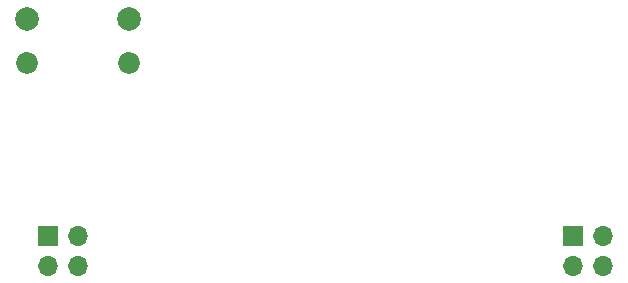
<source format=gbr>
%TF.GenerationSoftware,KiCad,Pcbnew,7.0.2-6a45011f42~172~ubuntu22.04.1*%
%TF.CreationDate,2023-06-08T14:15:44-07:00*%
%TF.ProjectId,usb-breadboard-power,7573622d-6272-4656-9164-626f6172642d,v1.0*%
%TF.SameCoordinates,Original*%
%TF.FileFunction,Soldermask,Bot*%
%TF.FilePolarity,Negative*%
%FSLAX46Y46*%
G04 Gerber Fmt 4.6, Leading zero omitted, Abs format (unit mm)*
G04 Created by KiCad (PCBNEW 7.0.2-6a45011f42~172~ubuntu22.04.1) date 2023-06-08 14:15:44*
%MOMM*%
%LPD*%
G01*
G04 APERTURE LIST*
%ADD10C,1.850000*%
%ADD11C,2.010000*%
%ADD12R,1.700000X1.700000*%
%ADD13O,1.700000X1.700000*%
G04 APERTURE END LIST*
D10*
%TO.C,J1*%
X93840000Y-89900000D03*
X85200000Y-89900000D03*
D11*
X93840000Y-86100000D03*
X85200000Y-86100000D03*
%TD*%
D12*
%TO.C,J4*%
X131469000Y-104525000D03*
D13*
X131469000Y-107065000D03*
X134009000Y-104525000D03*
X134009000Y-107065000D03*
%TD*%
D12*
%TO.C,J3*%
X86981000Y-104525000D03*
D13*
X86981000Y-107065000D03*
X89521000Y-104525000D03*
X89521000Y-107065000D03*
%TD*%
M02*

</source>
